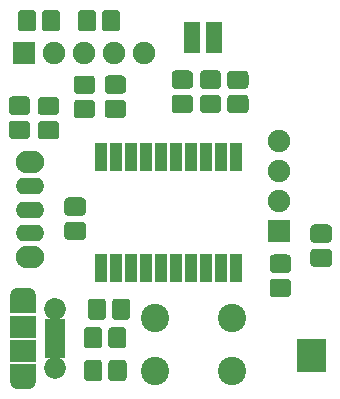
<source format=gbr>
G04 #@! TF.GenerationSoftware,KiCad,Pcbnew,5.0.0-fee4fd1~66~ubuntu18.04.1*
G04 #@! TF.CreationDate,2018-08-25T15:06:22-04:00*
G04 #@! TF.ProjectId,RGB Pulse Blinky,5247422050756C736520426C696E6B79,1*
G04 #@! TF.SameCoordinates,Original*
G04 #@! TF.FileFunction,Soldermask,Top*
G04 #@! TF.FilePolarity,Negative*
%FSLAX46Y46*%
G04 Gerber Fmt 4.6, Leading zero omitted, Abs format (unit mm)*
G04 Created by KiCad (PCBNEW 5.0.0-fee4fd1~66~ubuntu18.04.1) date Sat Aug 25 15:06:22 2018*
%MOMM*%
%LPD*%
G01*
G04 APERTURE LIST*
%ADD10C,0.100000*%
%ADD11C,1.550000*%
%ADD12R,1.400000X1.400000*%
%ADD13R,2.300000X1.600000*%
%ADD14O,2.300000X1.600000*%
%ADD15R,2.300000X1.900000*%
%ADD16C,1.850000*%
%ADD17R,1.750000X0.800000*%
%ADD18C,1.900000*%
%ADD19R,1.900000X1.900000*%
%ADD20O,2.400000X1.900000*%
%ADD21O,2.400000X1.400000*%
%ADD22C,2.400000*%
%ADD23R,1.250000X1.550000*%
%ADD24R,1.250000X1.350000*%
%ADD25R,1.370000X1.550000*%
%ADD26R,1.370000X1.350000*%
%ADD27R,1.000000X2.350000*%
G04 APERTURE END LIST*
D10*
G04 #@! TO.C,C1*
G36*
X140966071Y-130059623D02*
X140998781Y-130064475D01*
X141030857Y-130072509D01*
X141061991Y-130083649D01*
X141091884Y-130097787D01*
X141120247Y-130114787D01*
X141146807Y-130134485D01*
X141171308Y-130156692D01*
X141193515Y-130181193D01*
X141213213Y-130207753D01*
X141230213Y-130236116D01*
X141244351Y-130266009D01*
X141255491Y-130297143D01*
X141263525Y-130329219D01*
X141268377Y-130361929D01*
X141270000Y-130394956D01*
X141270000Y-131521044D01*
X141268377Y-131554071D01*
X141263525Y-131586781D01*
X141255491Y-131618857D01*
X141244351Y-131649991D01*
X141230213Y-131679884D01*
X141213213Y-131708247D01*
X141193515Y-131734807D01*
X141171308Y-131759308D01*
X141146807Y-131781515D01*
X141120247Y-131801213D01*
X141091884Y-131818213D01*
X141061991Y-131832351D01*
X141030857Y-131843491D01*
X140998781Y-131851525D01*
X140966071Y-131856377D01*
X140933044Y-131858000D01*
X140056956Y-131858000D01*
X140023929Y-131856377D01*
X139991219Y-131851525D01*
X139959143Y-131843491D01*
X139928009Y-131832351D01*
X139898116Y-131818213D01*
X139869753Y-131801213D01*
X139843193Y-131781515D01*
X139818692Y-131759308D01*
X139796485Y-131734807D01*
X139776787Y-131708247D01*
X139759787Y-131679884D01*
X139745649Y-131649991D01*
X139734509Y-131618857D01*
X139726475Y-131586781D01*
X139721623Y-131554071D01*
X139720000Y-131521044D01*
X139720000Y-130394956D01*
X139721623Y-130361929D01*
X139726475Y-130329219D01*
X139734509Y-130297143D01*
X139745649Y-130266009D01*
X139759787Y-130236116D01*
X139776787Y-130207753D01*
X139796485Y-130181193D01*
X139818692Y-130156692D01*
X139843193Y-130134485D01*
X139869753Y-130114787D01*
X139898116Y-130097787D01*
X139928009Y-130083649D01*
X139959143Y-130072509D01*
X139991219Y-130064475D01*
X140023929Y-130059623D01*
X140056956Y-130058000D01*
X140933044Y-130058000D01*
X140966071Y-130059623D01*
X140966071Y-130059623D01*
G37*
D11*
X140495000Y-130958000D03*
D10*
G36*
X138916071Y-130059623D02*
X138948781Y-130064475D01*
X138980857Y-130072509D01*
X139011991Y-130083649D01*
X139041884Y-130097787D01*
X139070247Y-130114787D01*
X139096807Y-130134485D01*
X139121308Y-130156692D01*
X139143515Y-130181193D01*
X139163213Y-130207753D01*
X139180213Y-130236116D01*
X139194351Y-130266009D01*
X139205491Y-130297143D01*
X139213525Y-130329219D01*
X139218377Y-130361929D01*
X139220000Y-130394956D01*
X139220000Y-131521044D01*
X139218377Y-131554071D01*
X139213525Y-131586781D01*
X139205491Y-131618857D01*
X139194351Y-131649991D01*
X139180213Y-131679884D01*
X139163213Y-131708247D01*
X139143515Y-131734807D01*
X139121308Y-131759308D01*
X139096807Y-131781515D01*
X139070247Y-131801213D01*
X139041884Y-131818213D01*
X139011991Y-131832351D01*
X138980857Y-131843491D01*
X138948781Y-131851525D01*
X138916071Y-131856377D01*
X138883044Y-131858000D01*
X138006956Y-131858000D01*
X137973929Y-131856377D01*
X137941219Y-131851525D01*
X137909143Y-131843491D01*
X137878009Y-131832351D01*
X137848116Y-131818213D01*
X137819753Y-131801213D01*
X137793193Y-131781515D01*
X137768692Y-131759308D01*
X137746485Y-131734807D01*
X137726787Y-131708247D01*
X137709787Y-131679884D01*
X137695649Y-131649991D01*
X137684509Y-131618857D01*
X137676475Y-131586781D01*
X137671623Y-131554071D01*
X137670000Y-131521044D01*
X137670000Y-130394956D01*
X137671623Y-130361929D01*
X137676475Y-130329219D01*
X137684509Y-130297143D01*
X137695649Y-130266009D01*
X137709787Y-130236116D01*
X137726787Y-130207753D01*
X137746485Y-130181193D01*
X137768692Y-130156692D01*
X137793193Y-130134485D01*
X137819753Y-130114787D01*
X137848116Y-130097787D01*
X137878009Y-130083649D01*
X137909143Y-130072509D01*
X137941219Y-130064475D01*
X137973929Y-130059623D01*
X138006956Y-130058000D01*
X138883044Y-130058000D01*
X138916071Y-130059623D01*
X138916071Y-130059623D01*
G37*
D11*
X138445000Y-130958000D03*
G04 #@! TD*
D10*
G04 #@! TO.C,C2*
G36*
X140946071Y-127289623D02*
X140978781Y-127294475D01*
X141010857Y-127302509D01*
X141041991Y-127313649D01*
X141071884Y-127327787D01*
X141100247Y-127344787D01*
X141126807Y-127364485D01*
X141151308Y-127386692D01*
X141173515Y-127411193D01*
X141193213Y-127437753D01*
X141210213Y-127466116D01*
X141224351Y-127496009D01*
X141235491Y-127527143D01*
X141243525Y-127559219D01*
X141248377Y-127591929D01*
X141250000Y-127624956D01*
X141250000Y-128751044D01*
X141248377Y-128784071D01*
X141243525Y-128816781D01*
X141235491Y-128848857D01*
X141224351Y-128879991D01*
X141210213Y-128909884D01*
X141193213Y-128938247D01*
X141173515Y-128964807D01*
X141151308Y-128989308D01*
X141126807Y-129011515D01*
X141100247Y-129031213D01*
X141071884Y-129048213D01*
X141041991Y-129062351D01*
X141010857Y-129073491D01*
X140978781Y-129081525D01*
X140946071Y-129086377D01*
X140913044Y-129088000D01*
X140036956Y-129088000D01*
X140003929Y-129086377D01*
X139971219Y-129081525D01*
X139939143Y-129073491D01*
X139908009Y-129062351D01*
X139878116Y-129048213D01*
X139849753Y-129031213D01*
X139823193Y-129011515D01*
X139798692Y-128989308D01*
X139776485Y-128964807D01*
X139756787Y-128938247D01*
X139739787Y-128909884D01*
X139725649Y-128879991D01*
X139714509Y-128848857D01*
X139706475Y-128816781D01*
X139701623Y-128784071D01*
X139700000Y-128751044D01*
X139700000Y-127624956D01*
X139701623Y-127591929D01*
X139706475Y-127559219D01*
X139714509Y-127527143D01*
X139725649Y-127496009D01*
X139739787Y-127466116D01*
X139756787Y-127437753D01*
X139776485Y-127411193D01*
X139798692Y-127386692D01*
X139823193Y-127364485D01*
X139849753Y-127344787D01*
X139878116Y-127327787D01*
X139908009Y-127313649D01*
X139939143Y-127302509D01*
X139971219Y-127294475D01*
X140003929Y-127289623D01*
X140036956Y-127288000D01*
X140913044Y-127288000D01*
X140946071Y-127289623D01*
X140946071Y-127289623D01*
G37*
D11*
X140475000Y-128188000D03*
D10*
G36*
X138896071Y-127289623D02*
X138928781Y-127294475D01*
X138960857Y-127302509D01*
X138991991Y-127313649D01*
X139021884Y-127327787D01*
X139050247Y-127344787D01*
X139076807Y-127364485D01*
X139101308Y-127386692D01*
X139123515Y-127411193D01*
X139143213Y-127437753D01*
X139160213Y-127466116D01*
X139174351Y-127496009D01*
X139185491Y-127527143D01*
X139193525Y-127559219D01*
X139198377Y-127591929D01*
X139200000Y-127624956D01*
X139200000Y-128751044D01*
X139198377Y-128784071D01*
X139193525Y-128816781D01*
X139185491Y-128848857D01*
X139174351Y-128879991D01*
X139160213Y-128909884D01*
X139143213Y-128938247D01*
X139123515Y-128964807D01*
X139101308Y-128989308D01*
X139076807Y-129011515D01*
X139050247Y-129031213D01*
X139021884Y-129048213D01*
X138991991Y-129062351D01*
X138960857Y-129073491D01*
X138928781Y-129081525D01*
X138896071Y-129086377D01*
X138863044Y-129088000D01*
X137986956Y-129088000D01*
X137953929Y-129086377D01*
X137921219Y-129081525D01*
X137889143Y-129073491D01*
X137858009Y-129062351D01*
X137828116Y-129048213D01*
X137799753Y-129031213D01*
X137773193Y-129011515D01*
X137748692Y-128989308D01*
X137726485Y-128964807D01*
X137706787Y-128938247D01*
X137689787Y-128909884D01*
X137675649Y-128879991D01*
X137664509Y-128848857D01*
X137656475Y-128816781D01*
X137651623Y-128784071D01*
X137650000Y-128751044D01*
X137650000Y-127624956D01*
X137651623Y-127591929D01*
X137656475Y-127559219D01*
X137664509Y-127527143D01*
X137675649Y-127496009D01*
X137689787Y-127466116D01*
X137706787Y-127437753D01*
X137726485Y-127411193D01*
X137748692Y-127386692D01*
X137773193Y-127364485D01*
X137799753Y-127344787D01*
X137828116Y-127327787D01*
X137858009Y-127313649D01*
X137889143Y-127302509D01*
X137921219Y-127294475D01*
X137953929Y-127289623D01*
X137986956Y-127288000D01*
X138863044Y-127288000D01*
X138896071Y-127289623D01*
X138896071Y-127289623D01*
G37*
D11*
X138425000Y-128188000D03*
G04 #@! TD*
D10*
G04 #@! TO.C,C3*
G36*
X138288071Y-105991623D02*
X138320781Y-105996475D01*
X138352857Y-106004509D01*
X138383991Y-106015649D01*
X138413884Y-106029787D01*
X138442247Y-106046787D01*
X138468807Y-106066485D01*
X138493308Y-106088692D01*
X138515515Y-106113193D01*
X138535213Y-106139753D01*
X138552213Y-106168116D01*
X138566351Y-106198009D01*
X138577491Y-106229143D01*
X138585525Y-106261219D01*
X138590377Y-106293929D01*
X138592000Y-106326956D01*
X138592000Y-107203044D01*
X138590377Y-107236071D01*
X138585525Y-107268781D01*
X138577491Y-107300857D01*
X138566351Y-107331991D01*
X138552213Y-107361884D01*
X138535213Y-107390247D01*
X138515515Y-107416807D01*
X138493308Y-107441308D01*
X138468807Y-107463515D01*
X138442247Y-107483213D01*
X138413884Y-107500213D01*
X138383991Y-107514351D01*
X138352857Y-107525491D01*
X138320781Y-107533525D01*
X138288071Y-107538377D01*
X138255044Y-107540000D01*
X137128956Y-107540000D01*
X137095929Y-107538377D01*
X137063219Y-107533525D01*
X137031143Y-107525491D01*
X137000009Y-107514351D01*
X136970116Y-107500213D01*
X136941753Y-107483213D01*
X136915193Y-107463515D01*
X136890692Y-107441308D01*
X136868485Y-107416807D01*
X136848787Y-107390247D01*
X136831787Y-107361884D01*
X136817649Y-107331991D01*
X136806509Y-107300857D01*
X136798475Y-107268781D01*
X136793623Y-107236071D01*
X136792000Y-107203044D01*
X136792000Y-106326956D01*
X136793623Y-106293929D01*
X136798475Y-106261219D01*
X136806509Y-106229143D01*
X136817649Y-106198009D01*
X136831787Y-106168116D01*
X136848787Y-106139753D01*
X136868485Y-106113193D01*
X136890692Y-106088692D01*
X136915193Y-106066485D01*
X136941753Y-106046787D01*
X136970116Y-106029787D01*
X137000009Y-106015649D01*
X137031143Y-106004509D01*
X137063219Y-105996475D01*
X137095929Y-105991623D01*
X137128956Y-105990000D01*
X138255044Y-105990000D01*
X138288071Y-105991623D01*
X138288071Y-105991623D01*
G37*
D11*
X137692000Y-106765000D03*
D10*
G36*
X138288071Y-108041623D02*
X138320781Y-108046475D01*
X138352857Y-108054509D01*
X138383991Y-108065649D01*
X138413884Y-108079787D01*
X138442247Y-108096787D01*
X138468807Y-108116485D01*
X138493308Y-108138692D01*
X138515515Y-108163193D01*
X138535213Y-108189753D01*
X138552213Y-108218116D01*
X138566351Y-108248009D01*
X138577491Y-108279143D01*
X138585525Y-108311219D01*
X138590377Y-108343929D01*
X138592000Y-108376956D01*
X138592000Y-109253044D01*
X138590377Y-109286071D01*
X138585525Y-109318781D01*
X138577491Y-109350857D01*
X138566351Y-109381991D01*
X138552213Y-109411884D01*
X138535213Y-109440247D01*
X138515515Y-109466807D01*
X138493308Y-109491308D01*
X138468807Y-109513515D01*
X138442247Y-109533213D01*
X138413884Y-109550213D01*
X138383991Y-109564351D01*
X138352857Y-109575491D01*
X138320781Y-109583525D01*
X138288071Y-109588377D01*
X138255044Y-109590000D01*
X137128956Y-109590000D01*
X137095929Y-109588377D01*
X137063219Y-109583525D01*
X137031143Y-109575491D01*
X137000009Y-109564351D01*
X136970116Y-109550213D01*
X136941753Y-109533213D01*
X136915193Y-109513515D01*
X136890692Y-109491308D01*
X136868485Y-109466807D01*
X136848787Y-109440247D01*
X136831787Y-109411884D01*
X136817649Y-109381991D01*
X136806509Y-109350857D01*
X136798475Y-109318781D01*
X136793623Y-109286071D01*
X136792000Y-109253044D01*
X136792000Y-108376956D01*
X136793623Y-108343929D01*
X136798475Y-108311219D01*
X136806509Y-108279143D01*
X136817649Y-108248009D01*
X136831787Y-108218116D01*
X136848787Y-108189753D01*
X136868485Y-108163193D01*
X136890692Y-108138692D01*
X136915193Y-108116485D01*
X136941753Y-108096787D01*
X136970116Y-108079787D01*
X137000009Y-108065649D01*
X137031143Y-108054509D01*
X137063219Y-108046475D01*
X137095929Y-108041623D01*
X137128956Y-108040000D01*
X138255044Y-108040000D01*
X138288071Y-108041623D01*
X138288071Y-108041623D01*
G37*
D11*
X137692000Y-108815000D03*
G04 #@! TD*
D10*
G04 #@! TO.C,C4*
G36*
X137502071Y-116311623D02*
X137534781Y-116316475D01*
X137566857Y-116324509D01*
X137597991Y-116335649D01*
X137627884Y-116349787D01*
X137656247Y-116366787D01*
X137682807Y-116386485D01*
X137707308Y-116408692D01*
X137729515Y-116433193D01*
X137749213Y-116459753D01*
X137766213Y-116488116D01*
X137780351Y-116518009D01*
X137791491Y-116549143D01*
X137799525Y-116581219D01*
X137804377Y-116613929D01*
X137806000Y-116646956D01*
X137806000Y-117523044D01*
X137804377Y-117556071D01*
X137799525Y-117588781D01*
X137791491Y-117620857D01*
X137780351Y-117651991D01*
X137766213Y-117681884D01*
X137749213Y-117710247D01*
X137729515Y-117736807D01*
X137707308Y-117761308D01*
X137682807Y-117783515D01*
X137656247Y-117803213D01*
X137627884Y-117820213D01*
X137597991Y-117834351D01*
X137566857Y-117845491D01*
X137534781Y-117853525D01*
X137502071Y-117858377D01*
X137469044Y-117860000D01*
X136342956Y-117860000D01*
X136309929Y-117858377D01*
X136277219Y-117853525D01*
X136245143Y-117845491D01*
X136214009Y-117834351D01*
X136184116Y-117820213D01*
X136155753Y-117803213D01*
X136129193Y-117783515D01*
X136104692Y-117761308D01*
X136082485Y-117736807D01*
X136062787Y-117710247D01*
X136045787Y-117681884D01*
X136031649Y-117651991D01*
X136020509Y-117620857D01*
X136012475Y-117588781D01*
X136007623Y-117556071D01*
X136006000Y-117523044D01*
X136006000Y-116646956D01*
X136007623Y-116613929D01*
X136012475Y-116581219D01*
X136020509Y-116549143D01*
X136031649Y-116518009D01*
X136045787Y-116488116D01*
X136062787Y-116459753D01*
X136082485Y-116433193D01*
X136104692Y-116408692D01*
X136129193Y-116386485D01*
X136155753Y-116366787D01*
X136184116Y-116349787D01*
X136214009Y-116335649D01*
X136245143Y-116324509D01*
X136277219Y-116316475D01*
X136309929Y-116311623D01*
X136342956Y-116310000D01*
X137469044Y-116310000D01*
X137502071Y-116311623D01*
X137502071Y-116311623D01*
G37*
D11*
X136906000Y-117085000D03*
D10*
G36*
X137502071Y-118361623D02*
X137534781Y-118366475D01*
X137566857Y-118374509D01*
X137597991Y-118385649D01*
X137627884Y-118399787D01*
X137656247Y-118416787D01*
X137682807Y-118436485D01*
X137707308Y-118458692D01*
X137729515Y-118483193D01*
X137749213Y-118509753D01*
X137766213Y-118538116D01*
X137780351Y-118568009D01*
X137791491Y-118599143D01*
X137799525Y-118631219D01*
X137804377Y-118663929D01*
X137806000Y-118696956D01*
X137806000Y-119573044D01*
X137804377Y-119606071D01*
X137799525Y-119638781D01*
X137791491Y-119670857D01*
X137780351Y-119701991D01*
X137766213Y-119731884D01*
X137749213Y-119760247D01*
X137729515Y-119786807D01*
X137707308Y-119811308D01*
X137682807Y-119833515D01*
X137656247Y-119853213D01*
X137627884Y-119870213D01*
X137597991Y-119884351D01*
X137566857Y-119895491D01*
X137534781Y-119903525D01*
X137502071Y-119908377D01*
X137469044Y-119910000D01*
X136342956Y-119910000D01*
X136309929Y-119908377D01*
X136277219Y-119903525D01*
X136245143Y-119895491D01*
X136214009Y-119884351D01*
X136184116Y-119870213D01*
X136155753Y-119853213D01*
X136129193Y-119833515D01*
X136104692Y-119811308D01*
X136082485Y-119786807D01*
X136062787Y-119760247D01*
X136045787Y-119731884D01*
X136031649Y-119701991D01*
X136020509Y-119670857D01*
X136012475Y-119638781D01*
X136007623Y-119606071D01*
X136006000Y-119573044D01*
X136006000Y-118696956D01*
X136007623Y-118663929D01*
X136012475Y-118631219D01*
X136020509Y-118599143D01*
X136031649Y-118568009D01*
X136045787Y-118538116D01*
X136062787Y-118509753D01*
X136082485Y-118483193D01*
X136104692Y-118458692D01*
X136129193Y-118436485D01*
X136155753Y-118416787D01*
X136184116Y-118399787D01*
X136214009Y-118385649D01*
X136245143Y-118374509D01*
X136277219Y-118366475D01*
X136309929Y-118361623D01*
X136342956Y-118360000D01*
X137469044Y-118360000D01*
X137502071Y-118361623D01*
X137502071Y-118361623D01*
G37*
D11*
X136906000Y-119135000D03*
G04 #@! TD*
D12*
G04 #@! TO.C,D1*
X148687000Y-103405000D03*
X148687000Y-102155000D03*
X146837000Y-103405000D03*
X146837000Y-102155000D03*
G04 #@! TD*
D10*
G04 #@! TO.C,D2*
G36*
X135244071Y-107795623D02*
X135276781Y-107800475D01*
X135308857Y-107808509D01*
X135339991Y-107819649D01*
X135369884Y-107833787D01*
X135398247Y-107850787D01*
X135424807Y-107870485D01*
X135449308Y-107892692D01*
X135471515Y-107917193D01*
X135491213Y-107943753D01*
X135508213Y-107972116D01*
X135522351Y-108002009D01*
X135533491Y-108033143D01*
X135541525Y-108065219D01*
X135546377Y-108097929D01*
X135548000Y-108130956D01*
X135548000Y-109007044D01*
X135546377Y-109040071D01*
X135541525Y-109072781D01*
X135533491Y-109104857D01*
X135522351Y-109135991D01*
X135508213Y-109165884D01*
X135491213Y-109194247D01*
X135471515Y-109220807D01*
X135449308Y-109245308D01*
X135424807Y-109267515D01*
X135398247Y-109287213D01*
X135369884Y-109304213D01*
X135339991Y-109318351D01*
X135308857Y-109329491D01*
X135276781Y-109337525D01*
X135244071Y-109342377D01*
X135211044Y-109344000D01*
X134084956Y-109344000D01*
X134051929Y-109342377D01*
X134019219Y-109337525D01*
X133987143Y-109329491D01*
X133956009Y-109318351D01*
X133926116Y-109304213D01*
X133897753Y-109287213D01*
X133871193Y-109267515D01*
X133846692Y-109245308D01*
X133824485Y-109220807D01*
X133804787Y-109194247D01*
X133787787Y-109165884D01*
X133773649Y-109135991D01*
X133762509Y-109104857D01*
X133754475Y-109072781D01*
X133749623Y-109040071D01*
X133748000Y-109007044D01*
X133748000Y-108130956D01*
X133749623Y-108097929D01*
X133754475Y-108065219D01*
X133762509Y-108033143D01*
X133773649Y-108002009D01*
X133787787Y-107972116D01*
X133804787Y-107943753D01*
X133824485Y-107917193D01*
X133846692Y-107892692D01*
X133871193Y-107870485D01*
X133897753Y-107850787D01*
X133926116Y-107833787D01*
X133956009Y-107819649D01*
X133987143Y-107808509D01*
X134019219Y-107800475D01*
X134051929Y-107795623D01*
X134084956Y-107794000D01*
X135211044Y-107794000D01*
X135244071Y-107795623D01*
X135244071Y-107795623D01*
G37*
D11*
X134648000Y-108569000D03*
D10*
G36*
X135244071Y-109845623D02*
X135276781Y-109850475D01*
X135308857Y-109858509D01*
X135339991Y-109869649D01*
X135369884Y-109883787D01*
X135398247Y-109900787D01*
X135424807Y-109920485D01*
X135449308Y-109942692D01*
X135471515Y-109967193D01*
X135491213Y-109993753D01*
X135508213Y-110022116D01*
X135522351Y-110052009D01*
X135533491Y-110083143D01*
X135541525Y-110115219D01*
X135546377Y-110147929D01*
X135548000Y-110180956D01*
X135548000Y-111057044D01*
X135546377Y-111090071D01*
X135541525Y-111122781D01*
X135533491Y-111154857D01*
X135522351Y-111185991D01*
X135508213Y-111215884D01*
X135491213Y-111244247D01*
X135471515Y-111270807D01*
X135449308Y-111295308D01*
X135424807Y-111317515D01*
X135398247Y-111337213D01*
X135369884Y-111354213D01*
X135339991Y-111368351D01*
X135308857Y-111379491D01*
X135276781Y-111387525D01*
X135244071Y-111392377D01*
X135211044Y-111394000D01*
X134084956Y-111394000D01*
X134051929Y-111392377D01*
X134019219Y-111387525D01*
X133987143Y-111379491D01*
X133956009Y-111368351D01*
X133926116Y-111354213D01*
X133897753Y-111337213D01*
X133871193Y-111317515D01*
X133846692Y-111295308D01*
X133824485Y-111270807D01*
X133804787Y-111244247D01*
X133787787Y-111215884D01*
X133773649Y-111185991D01*
X133762509Y-111154857D01*
X133754475Y-111122781D01*
X133749623Y-111090071D01*
X133748000Y-111057044D01*
X133748000Y-110180956D01*
X133749623Y-110147929D01*
X133754475Y-110115219D01*
X133762509Y-110083143D01*
X133773649Y-110052009D01*
X133787787Y-110022116D01*
X133804787Y-109993753D01*
X133824485Y-109967193D01*
X133846692Y-109942692D01*
X133871193Y-109920485D01*
X133897753Y-109900787D01*
X133926116Y-109883787D01*
X133956009Y-109869649D01*
X133987143Y-109858509D01*
X134019219Y-109850475D01*
X134051929Y-109845623D01*
X134084956Y-109844000D01*
X135211044Y-109844000D01*
X135244071Y-109845623D01*
X135244071Y-109845623D01*
G37*
D11*
X134648000Y-110619000D03*
G04 #@! TD*
D13*
G04 #@! TO.C,J1*
X132492000Y-125370000D03*
X132492000Y-131170000D03*
D14*
X132492000Y-131770000D03*
X132492000Y-124770000D03*
D15*
X132492000Y-127270000D03*
D16*
X135192000Y-130770000D03*
D17*
X135192000Y-128270000D03*
X135192000Y-128920000D03*
X135192000Y-129570000D03*
X135192000Y-126970000D03*
X135192000Y-127620000D03*
D16*
X135192000Y-125770000D03*
D15*
X132492000Y-129270000D03*
G04 #@! TD*
D18*
G04 #@! TO.C,J2*
X142782000Y-104050000D03*
X140242000Y-104050000D03*
X137702000Y-104050000D03*
X135162000Y-104050000D03*
D19*
X132622000Y-104050000D03*
G04 #@! TD*
D18*
G04 #@! TO.C,J3*
X154212000Y-111540000D03*
X154212000Y-114080000D03*
X154212000Y-116620000D03*
D19*
X154212000Y-119160000D03*
G04 #@! TD*
D10*
G04 #@! TO.C,R1*
G36*
X141283071Y-124871623D02*
X141315781Y-124876475D01*
X141347857Y-124884509D01*
X141378991Y-124895649D01*
X141408884Y-124909787D01*
X141437247Y-124926787D01*
X141463807Y-124946485D01*
X141488308Y-124968692D01*
X141510515Y-124993193D01*
X141530213Y-125019753D01*
X141547213Y-125048116D01*
X141561351Y-125078009D01*
X141572491Y-125109143D01*
X141580525Y-125141219D01*
X141585377Y-125173929D01*
X141587000Y-125206956D01*
X141587000Y-126333044D01*
X141585377Y-126366071D01*
X141580525Y-126398781D01*
X141572491Y-126430857D01*
X141561351Y-126461991D01*
X141547213Y-126491884D01*
X141530213Y-126520247D01*
X141510515Y-126546807D01*
X141488308Y-126571308D01*
X141463807Y-126593515D01*
X141437247Y-126613213D01*
X141408884Y-126630213D01*
X141378991Y-126644351D01*
X141347857Y-126655491D01*
X141315781Y-126663525D01*
X141283071Y-126668377D01*
X141250044Y-126670000D01*
X140373956Y-126670000D01*
X140340929Y-126668377D01*
X140308219Y-126663525D01*
X140276143Y-126655491D01*
X140245009Y-126644351D01*
X140215116Y-126630213D01*
X140186753Y-126613213D01*
X140160193Y-126593515D01*
X140135692Y-126571308D01*
X140113485Y-126546807D01*
X140093787Y-126520247D01*
X140076787Y-126491884D01*
X140062649Y-126461991D01*
X140051509Y-126430857D01*
X140043475Y-126398781D01*
X140038623Y-126366071D01*
X140037000Y-126333044D01*
X140037000Y-125206956D01*
X140038623Y-125173929D01*
X140043475Y-125141219D01*
X140051509Y-125109143D01*
X140062649Y-125078009D01*
X140076787Y-125048116D01*
X140093787Y-125019753D01*
X140113485Y-124993193D01*
X140135692Y-124968692D01*
X140160193Y-124946485D01*
X140186753Y-124926787D01*
X140215116Y-124909787D01*
X140245009Y-124895649D01*
X140276143Y-124884509D01*
X140308219Y-124876475D01*
X140340929Y-124871623D01*
X140373956Y-124870000D01*
X141250044Y-124870000D01*
X141283071Y-124871623D01*
X141283071Y-124871623D01*
G37*
D11*
X140812000Y-125770000D03*
D10*
G36*
X139233071Y-124871623D02*
X139265781Y-124876475D01*
X139297857Y-124884509D01*
X139328991Y-124895649D01*
X139358884Y-124909787D01*
X139387247Y-124926787D01*
X139413807Y-124946485D01*
X139438308Y-124968692D01*
X139460515Y-124993193D01*
X139480213Y-125019753D01*
X139497213Y-125048116D01*
X139511351Y-125078009D01*
X139522491Y-125109143D01*
X139530525Y-125141219D01*
X139535377Y-125173929D01*
X139537000Y-125206956D01*
X139537000Y-126333044D01*
X139535377Y-126366071D01*
X139530525Y-126398781D01*
X139522491Y-126430857D01*
X139511351Y-126461991D01*
X139497213Y-126491884D01*
X139480213Y-126520247D01*
X139460515Y-126546807D01*
X139438308Y-126571308D01*
X139413807Y-126593515D01*
X139387247Y-126613213D01*
X139358884Y-126630213D01*
X139328991Y-126644351D01*
X139297857Y-126655491D01*
X139265781Y-126663525D01*
X139233071Y-126668377D01*
X139200044Y-126670000D01*
X138323956Y-126670000D01*
X138290929Y-126668377D01*
X138258219Y-126663525D01*
X138226143Y-126655491D01*
X138195009Y-126644351D01*
X138165116Y-126630213D01*
X138136753Y-126613213D01*
X138110193Y-126593515D01*
X138085692Y-126571308D01*
X138063485Y-126546807D01*
X138043787Y-126520247D01*
X138026787Y-126491884D01*
X138012649Y-126461991D01*
X138001509Y-126430857D01*
X137993475Y-126398781D01*
X137988623Y-126366071D01*
X137987000Y-126333044D01*
X137987000Y-125206956D01*
X137988623Y-125173929D01*
X137993475Y-125141219D01*
X138001509Y-125109143D01*
X138012649Y-125078009D01*
X138026787Y-125048116D01*
X138043787Y-125019753D01*
X138063485Y-124993193D01*
X138085692Y-124968692D01*
X138110193Y-124946485D01*
X138136753Y-124926787D01*
X138165116Y-124909787D01*
X138195009Y-124895649D01*
X138226143Y-124884509D01*
X138258219Y-124876475D01*
X138290929Y-124871623D01*
X138323956Y-124870000D01*
X139200044Y-124870000D01*
X139233071Y-124871623D01*
X139233071Y-124871623D01*
G37*
D11*
X138762000Y-125770000D03*
G04 #@! TD*
D10*
G04 #@! TO.C,R2*
G36*
X158330071Y-120647623D02*
X158362781Y-120652475D01*
X158394857Y-120660509D01*
X158425991Y-120671649D01*
X158455884Y-120685787D01*
X158484247Y-120702787D01*
X158510807Y-120722485D01*
X158535308Y-120744692D01*
X158557515Y-120769193D01*
X158577213Y-120795753D01*
X158594213Y-120824116D01*
X158608351Y-120854009D01*
X158619491Y-120885143D01*
X158627525Y-120917219D01*
X158632377Y-120949929D01*
X158634000Y-120982956D01*
X158634000Y-121859044D01*
X158632377Y-121892071D01*
X158627525Y-121924781D01*
X158619491Y-121956857D01*
X158608351Y-121987991D01*
X158594213Y-122017884D01*
X158577213Y-122046247D01*
X158557515Y-122072807D01*
X158535308Y-122097308D01*
X158510807Y-122119515D01*
X158484247Y-122139213D01*
X158455884Y-122156213D01*
X158425991Y-122170351D01*
X158394857Y-122181491D01*
X158362781Y-122189525D01*
X158330071Y-122194377D01*
X158297044Y-122196000D01*
X157170956Y-122196000D01*
X157137929Y-122194377D01*
X157105219Y-122189525D01*
X157073143Y-122181491D01*
X157042009Y-122170351D01*
X157012116Y-122156213D01*
X156983753Y-122139213D01*
X156957193Y-122119515D01*
X156932692Y-122097308D01*
X156910485Y-122072807D01*
X156890787Y-122046247D01*
X156873787Y-122017884D01*
X156859649Y-121987991D01*
X156848509Y-121956857D01*
X156840475Y-121924781D01*
X156835623Y-121892071D01*
X156834000Y-121859044D01*
X156834000Y-120982956D01*
X156835623Y-120949929D01*
X156840475Y-120917219D01*
X156848509Y-120885143D01*
X156859649Y-120854009D01*
X156873787Y-120824116D01*
X156890787Y-120795753D01*
X156910485Y-120769193D01*
X156932692Y-120744692D01*
X156957193Y-120722485D01*
X156983753Y-120702787D01*
X157012116Y-120685787D01*
X157042009Y-120671649D01*
X157073143Y-120660509D01*
X157105219Y-120652475D01*
X157137929Y-120647623D01*
X157170956Y-120646000D01*
X158297044Y-120646000D01*
X158330071Y-120647623D01*
X158330071Y-120647623D01*
G37*
D11*
X157734000Y-121421000D03*
D10*
G36*
X158330071Y-118597623D02*
X158362781Y-118602475D01*
X158394857Y-118610509D01*
X158425991Y-118621649D01*
X158455884Y-118635787D01*
X158484247Y-118652787D01*
X158510807Y-118672485D01*
X158535308Y-118694692D01*
X158557515Y-118719193D01*
X158577213Y-118745753D01*
X158594213Y-118774116D01*
X158608351Y-118804009D01*
X158619491Y-118835143D01*
X158627525Y-118867219D01*
X158632377Y-118899929D01*
X158634000Y-118932956D01*
X158634000Y-119809044D01*
X158632377Y-119842071D01*
X158627525Y-119874781D01*
X158619491Y-119906857D01*
X158608351Y-119937991D01*
X158594213Y-119967884D01*
X158577213Y-119996247D01*
X158557515Y-120022807D01*
X158535308Y-120047308D01*
X158510807Y-120069515D01*
X158484247Y-120089213D01*
X158455884Y-120106213D01*
X158425991Y-120120351D01*
X158394857Y-120131491D01*
X158362781Y-120139525D01*
X158330071Y-120144377D01*
X158297044Y-120146000D01*
X157170956Y-120146000D01*
X157137929Y-120144377D01*
X157105219Y-120139525D01*
X157073143Y-120131491D01*
X157042009Y-120120351D01*
X157012116Y-120106213D01*
X156983753Y-120089213D01*
X156957193Y-120069515D01*
X156932692Y-120047308D01*
X156910485Y-120022807D01*
X156890787Y-119996247D01*
X156873787Y-119967884D01*
X156859649Y-119937991D01*
X156848509Y-119906857D01*
X156840475Y-119874781D01*
X156835623Y-119842071D01*
X156834000Y-119809044D01*
X156834000Y-118932956D01*
X156835623Y-118899929D01*
X156840475Y-118867219D01*
X156848509Y-118835143D01*
X156859649Y-118804009D01*
X156873787Y-118774116D01*
X156890787Y-118745753D01*
X156910485Y-118719193D01*
X156932692Y-118694692D01*
X156957193Y-118672485D01*
X156983753Y-118652787D01*
X157012116Y-118635787D01*
X157042009Y-118621649D01*
X157073143Y-118610509D01*
X157105219Y-118602475D01*
X157137929Y-118597623D01*
X157170956Y-118596000D01*
X158297044Y-118596000D01*
X158330071Y-118597623D01*
X158330071Y-118597623D01*
G37*
D11*
X157734000Y-119371000D03*
G04 #@! TD*
D10*
G04 #@! TO.C,R3*
G36*
X138384071Y-100447623D02*
X138416781Y-100452475D01*
X138448857Y-100460509D01*
X138479991Y-100471649D01*
X138509884Y-100485787D01*
X138538247Y-100502787D01*
X138564807Y-100522485D01*
X138589308Y-100544692D01*
X138611515Y-100569193D01*
X138631213Y-100595753D01*
X138648213Y-100624116D01*
X138662351Y-100654009D01*
X138673491Y-100685143D01*
X138681525Y-100717219D01*
X138686377Y-100749929D01*
X138688000Y-100782956D01*
X138688000Y-101909044D01*
X138686377Y-101942071D01*
X138681525Y-101974781D01*
X138673491Y-102006857D01*
X138662351Y-102037991D01*
X138648213Y-102067884D01*
X138631213Y-102096247D01*
X138611515Y-102122807D01*
X138589308Y-102147308D01*
X138564807Y-102169515D01*
X138538247Y-102189213D01*
X138509884Y-102206213D01*
X138479991Y-102220351D01*
X138448857Y-102231491D01*
X138416781Y-102239525D01*
X138384071Y-102244377D01*
X138351044Y-102246000D01*
X137474956Y-102246000D01*
X137441929Y-102244377D01*
X137409219Y-102239525D01*
X137377143Y-102231491D01*
X137346009Y-102220351D01*
X137316116Y-102206213D01*
X137287753Y-102189213D01*
X137261193Y-102169515D01*
X137236692Y-102147308D01*
X137214485Y-102122807D01*
X137194787Y-102096247D01*
X137177787Y-102067884D01*
X137163649Y-102037991D01*
X137152509Y-102006857D01*
X137144475Y-101974781D01*
X137139623Y-101942071D01*
X137138000Y-101909044D01*
X137138000Y-100782956D01*
X137139623Y-100749929D01*
X137144475Y-100717219D01*
X137152509Y-100685143D01*
X137163649Y-100654009D01*
X137177787Y-100624116D01*
X137194787Y-100595753D01*
X137214485Y-100569193D01*
X137236692Y-100544692D01*
X137261193Y-100522485D01*
X137287753Y-100502787D01*
X137316116Y-100485787D01*
X137346009Y-100471649D01*
X137377143Y-100460509D01*
X137409219Y-100452475D01*
X137441929Y-100447623D01*
X137474956Y-100446000D01*
X138351044Y-100446000D01*
X138384071Y-100447623D01*
X138384071Y-100447623D01*
G37*
D11*
X137913000Y-101346000D03*
D10*
G36*
X140434071Y-100447623D02*
X140466781Y-100452475D01*
X140498857Y-100460509D01*
X140529991Y-100471649D01*
X140559884Y-100485787D01*
X140588247Y-100502787D01*
X140614807Y-100522485D01*
X140639308Y-100544692D01*
X140661515Y-100569193D01*
X140681213Y-100595753D01*
X140698213Y-100624116D01*
X140712351Y-100654009D01*
X140723491Y-100685143D01*
X140731525Y-100717219D01*
X140736377Y-100749929D01*
X140738000Y-100782956D01*
X140738000Y-101909044D01*
X140736377Y-101942071D01*
X140731525Y-101974781D01*
X140723491Y-102006857D01*
X140712351Y-102037991D01*
X140698213Y-102067884D01*
X140681213Y-102096247D01*
X140661515Y-102122807D01*
X140639308Y-102147308D01*
X140614807Y-102169515D01*
X140588247Y-102189213D01*
X140559884Y-102206213D01*
X140529991Y-102220351D01*
X140498857Y-102231491D01*
X140466781Y-102239525D01*
X140434071Y-102244377D01*
X140401044Y-102246000D01*
X139524956Y-102246000D01*
X139491929Y-102244377D01*
X139459219Y-102239525D01*
X139427143Y-102231491D01*
X139396009Y-102220351D01*
X139366116Y-102206213D01*
X139337753Y-102189213D01*
X139311193Y-102169515D01*
X139286692Y-102147308D01*
X139264485Y-102122807D01*
X139244787Y-102096247D01*
X139227787Y-102067884D01*
X139213649Y-102037991D01*
X139202509Y-102006857D01*
X139194475Y-101974781D01*
X139189623Y-101942071D01*
X139188000Y-101909044D01*
X139188000Y-100782956D01*
X139189623Y-100749929D01*
X139194475Y-100717219D01*
X139202509Y-100685143D01*
X139213649Y-100654009D01*
X139227787Y-100624116D01*
X139244787Y-100595753D01*
X139264485Y-100569193D01*
X139286692Y-100544692D01*
X139311193Y-100522485D01*
X139337753Y-100502787D01*
X139366116Y-100485787D01*
X139396009Y-100471649D01*
X139427143Y-100460509D01*
X139459219Y-100452475D01*
X139491929Y-100447623D01*
X139524956Y-100446000D01*
X140401044Y-100446000D01*
X140434071Y-100447623D01*
X140434071Y-100447623D01*
G37*
D11*
X139963000Y-101346000D03*
G04 #@! TD*
D10*
G04 #@! TO.C,R4*
G36*
X133304071Y-100447623D02*
X133336781Y-100452475D01*
X133368857Y-100460509D01*
X133399991Y-100471649D01*
X133429884Y-100485787D01*
X133458247Y-100502787D01*
X133484807Y-100522485D01*
X133509308Y-100544692D01*
X133531515Y-100569193D01*
X133551213Y-100595753D01*
X133568213Y-100624116D01*
X133582351Y-100654009D01*
X133593491Y-100685143D01*
X133601525Y-100717219D01*
X133606377Y-100749929D01*
X133608000Y-100782956D01*
X133608000Y-101909044D01*
X133606377Y-101942071D01*
X133601525Y-101974781D01*
X133593491Y-102006857D01*
X133582351Y-102037991D01*
X133568213Y-102067884D01*
X133551213Y-102096247D01*
X133531515Y-102122807D01*
X133509308Y-102147308D01*
X133484807Y-102169515D01*
X133458247Y-102189213D01*
X133429884Y-102206213D01*
X133399991Y-102220351D01*
X133368857Y-102231491D01*
X133336781Y-102239525D01*
X133304071Y-102244377D01*
X133271044Y-102246000D01*
X132394956Y-102246000D01*
X132361929Y-102244377D01*
X132329219Y-102239525D01*
X132297143Y-102231491D01*
X132266009Y-102220351D01*
X132236116Y-102206213D01*
X132207753Y-102189213D01*
X132181193Y-102169515D01*
X132156692Y-102147308D01*
X132134485Y-102122807D01*
X132114787Y-102096247D01*
X132097787Y-102067884D01*
X132083649Y-102037991D01*
X132072509Y-102006857D01*
X132064475Y-101974781D01*
X132059623Y-101942071D01*
X132058000Y-101909044D01*
X132058000Y-100782956D01*
X132059623Y-100749929D01*
X132064475Y-100717219D01*
X132072509Y-100685143D01*
X132083649Y-100654009D01*
X132097787Y-100624116D01*
X132114787Y-100595753D01*
X132134485Y-100569193D01*
X132156692Y-100544692D01*
X132181193Y-100522485D01*
X132207753Y-100502787D01*
X132236116Y-100485787D01*
X132266009Y-100471649D01*
X132297143Y-100460509D01*
X132329219Y-100452475D01*
X132361929Y-100447623D01*
X132394956Y-100446000D01*
X133271044Y-100446000D01*
X133304071Y-100447623D01*
X133304071Y-100447623D01*
G37*
D11*
X132833000Y-101346000D03*
D10*
G36*
X135354071Y-100447623D02*
X135386781Y-100452475D01*
X135418857Y-100460509D01*
X135449991Y-100471649D01*
X135479884Y-100485787D01*
X135508247Y-100502787D01*
X135534807Y-100522485D01*
X135559308Y-100544692D01*
X135581515Y-100569193D01*
X135601213Y-100595753D01*
X135618213Y-100624116D01*
X135632351Y-100654009D01*
X135643491Y-100685143D01*
X135651525Y-100717219D01*
X135656377Y-100749929D01*
X135658000Y-100782956D01*
X135658000Y-101909044D01*
X135656377Y-101942071D01*
X135651525Y-101974781D01*
X135643491Y-102006857D01*
X135632351Y-102037991D01*
X135618213Y-102067884D01*
X135601213Y-102096247D01*
X135581515Y-102122807D01*
X135559308Y-102147308D01*
X135534807Y-102169515D01*
X135508247Y-102189213D01*
X135479884Y-102206213D01*
X135449991Y-102220351D01*
X135418857Y-102231491D01*
X135386781Y-102239525D01*
X135354071Y-102244377D01*
X135321044Y-102246000D01*
X134444956Y-102246000D01*
X134411929Y-102244377D01*
X134379219Y-102239525D01*
X134347143Y-102231491D01*
X134316009Y-102220351D01*
X134286116Y-102206213D01*
X134257753Y-102189213D01*
X134231193Y-102169515D01*
X134206692Y-102147308D01*
X134184485Y-102122807D01*
X134164787Y-102096247D01*
X134147787Y-102067884D01*
X134133649Y-102037991D01*
X134122509Y-102006857D01*
X134114475Y-101974781D01*
X134109623Y-101942071D01*
X134108000Y-101909044D01*
X134108000Y-100782956D01*
X134109623Y-100749929D01*
X134114475Y-100717219D01*
X134122509Y-100685143D01*
X134133649Y-100654009D01*
X134147787Y-100624116D01*
X134164787Y-100595753D01*
X134184485Y-100569193D01*
X134206692Y-100544692D01*
X134231193Y-100522485D01*
X134257753Y-100502787D01*
X134286116Y-100485787D01*
X134316009Y-100471649D01*
X134347143Y-100460509D01*
X134379219Y-100452475D01*
X134411929Y-100447623D01*
X134444956Y-100446000D01*
X135321044Y-100446000D01*
X135354071Y-100447623D01*
X135354071Y-100447623D01*
G37*
D11*
X134883000Y-101346000D03*
G04 #@! TD*
D10*
G04 #@! TO.C,R5*
G36*
X154882071Y-123191623D02*
X154914781Y-123196475D01*
X154946857Y-123204509D01*
X154977991Y-123215649D01*
X155007884Y-123229787D01*
X155036247Y-123246787D01*
X155062807Y-123266485D01*
X155087308Y-123288692D01*
X155109515Y-123313193D01*
X155129213Y-123339753D01*
X155146213Y-123368116D01*
X155160351Y-123398009D01*
X155171491Y-123429143D01*
X155179525Y-123461219D01*
X155184377Y-123493929D01*
X155186000Y-123526956D01*
X155186000Y-124403044D01*
X155184377Y-124436071D01*
X155179525Y-124468781D01*
X155171491Y-124500857D01*
X155160351Y-124531991D01*
X155146213Y-124561884D01*
X155129213Y-124590247D01*
X155109515Y-124616807D01*
X155087308Y-124641308D01*
X155062807Y-124663515D01*
X155036247Y-124683213D01*
X155007884Y-124700213D01*
X154977991Y-124714351D01*
X154946857Y-124725491D01*
X154914781Y-124733525D01*
X154882071Y-124738377D01*
X154849044Y-124740000D01*
X153722956Y-124740000D01*
X153689929Y-124738377D01*
X153657219Y-124733525D01*
X153625143Y-124725491D01*
X153594009Y-124714351D01*
X153564116Y-124700213D01*
X153535753Y-124683213D01*
X153509193Y-124663515D01*
X153484692Y-124641308D01*
X153462485Y-124616807D01*
X153442787Y-124590247D01*
X153425787Y-124561884D01*
X153411649Y-124531991D01*
X153400509Y-124500857D01*
X153392475Y-124468781D01*
X153387623Y-124436071D01*
X153386000Y-124403044D01*
X153386000Y-123526956D01*
X153387623Y-123493929D01*
X153392475Y-123461219D01*
X153400509Y-123429143D01*
X153411649Y-123398009D01*
X153425787Y-123368116D01*
X153442787Y-123339753D01*
X153462485Y-123313193D01*
X153484692Y-123288692D01*
X153509193Y-123266485D01*
X153535753Y-123246787D01*
X153564116Y-123229787D01*
X153594009Y-123215649D01*
X153625143Y-123204509D01*
X153657219Y-123196475D01*
X153689929Y-123191623D01*
X153722956Y-123190000D01*
X154849044Y-123190000D01*
X154882071Y-123191623D01*
X154882071Y-123191623D01*
G37*
D11*
X154286000Y-123965000D03*
D10*
G36*
X154882071Y-121141623D02*
X154914781Y-121146475D01*
X154946857Y-121154509D01*
X154977991Y-121165649D01*
X155007884Y-121179787D01*
X155036247Y-121196787D01*
X155062807Y-121216485D01*
X155087308Y-121238692D01*
X155109515Y-121263193D01*
X155129213Y-121289753D01*
X155146213Y-121318116D01*
X155160351Y-121348009D01*
X155171491Y-121379143D01*
X155179525Y-121411219D01*
X155184377Y-121443929D01*
X155186000Y-121476956D01*
X155186000Y-122353044D01*
X155184377Y-122386071D01*
X155179525Y-122418781D01*
X155171491Y-122450857D01*
X155160351Y-122481991D01*
X155146213Y-122511884D01*
X155129213Y-122540247D01*
X155109515Y-122566807D01*
X155087308Y-122591308D01*
X155062807Y-122613515D01*
X155036247Y-122633213D01*
X155007884Y-122650213D01*
X154977991Y-122664351D01*
X154946857Y-122675491D01*
X154914781Y-122683525D01*
X154882071Y-122688377D01*
X154849044Y-122690000D01*
X153722956Y-122690000D01*
X153689929Y-122688377D01*
X153657219Y-122683525D01*
X153625143Y-122675491D01*
X153594009Y-122664351D01*
X153564116Y-122650213D01*
X153535753Y-122633213D01*
X153509193Y-122613515D01*
X153484692Y-122591308D01*
X153462485Y-122566807D01*
X153442787Y-122540247D01*
X153425787Y-122511884D01*
X153411649Y-122481991D01*
X153400509Y-122450857D01*
X153392475Y-122418781D01*
X153387623Y-122386071D01*
X153386000Y-122353044D01*
X153386000Y-121476956D01*
X153387623Y-121443929D01*
X153392475Y-121411219D01*
X153400509Y-121379143D01*
X153411649Y-121348009D01*
X153425787Y-121318116D01*
X153442787Y-121289753D01*
X153462485Y-121263193D01*
X153484692Y-121238692D01*
X153509193Y-121216485D01*
X153535753Y-121196787D01*
X153564116Y-121179787D01*
X153594009Y-121165649D01*
X153625143Y-121154509D01*
X153657219Y-121146475D01*
X153689929Y-121141623D01*
X153722956Y-121140000D01*
X154849044Y-121140000D01*
X154882071Y-121141623D01*
X154882071Y-121141623D01*
G37*
D11*
X154286000Y-121915000D03*
G04 #@! TD*
D10*
G04 #@! TO.C,R6*
G36*
X140908071Y-108031623D02*
X140940781Y-108036475D01*
X140972857Y-108044509D01*
X141003991Y-108055649D01*
X141033884Y-108069787D01*
X141062247Y-108086787D01*
X141088807Y-108106485D01*
X141113308Y-108128692D01*
X141135515Y-108153193D01*
X141155213Y-108179753D01*
X141172213Y-108208116D01*
X141186351Y-108238009D01*
X141197491Y-108269143D01*
X141205525Y-108301219D01*
X141210377Y-108333929D01*
X141212000Y-108366956D01*
X141212000Y-109243044D01*
X141210377Y-109276071D01*
X141205525Y-109308781D01*
X141197491Y-109340857D01*
X141186351Y-109371991D01*
X141172213Y-109401884D01*
X141155213Y-109430247D01*
X141135515Y-109456807D01*
X141113308Y-109481308D01*
X141088807Y-109503515D01*
X141062247Y-109523213D01*
X141033884Y-109540213D01*
X141003991Y-109554351D01*
X140972857Y-109565491D01*
X140940781Y-109573525D01*
X140908071Y-109578377D01*
X140875044Y-109580000D01*
X139748956Y-109580000D01*
X139715929Y-109578377D01*
X139683219Y-109573525D01*
X139651143Y-109565491D01*
X139620009Y-109554351D01*
X139590116Y-109540213D01*
X139561753Y-109523213D01*
X139535193Y-109503515D01*
X139510692Y-109481308D01*
X139488485Y-109456807D01*
X139468787Y-109430247D01*
X139451787Y-109401884D01*
X139437649Y-109371991D01*
X139426509Y-109340857D01*
X139418475Y-109308781D01*
X139413623Y-109276071D01*
X139412000Y-109243044D01*
X139412000Y-108366956D01*
X139413623Y-108333929D01*
X139418475Y-108301219D01*
X139426509Y-108269143D01*
X139437649Y-108238009D01*
X139451787Y-108208116D01*
X139468787Y-108179753D01*
X139488485Y-108153193D01*
X139510692Y-108128692D01*
X139535193Y-108106485D01*
X139561753Y-108086787D01*
X139590116Y-108069787D01*
X139620009Y-108055649D01*
X139651143Y-108044509D01*
X139683219Y-108036475D01*
X139715929Y-108031623D01*
X139748956Y-108030000D01*
X140875044Y-108030000D01*
X140908071Y-108031623D01*
X140908071Y-108031623D01*
G37*
D11*
X140312000Y-108805000D03*
D10*
G36*
X140908071Y-105981623D02*
X140940781Y-105986475D01*
X140972857Y-105994509D01*
X141003991Y-106005649D01*
X141033884Y-106019787D01*
X141062247Y-106036787D01*
X141088807Y-106056485D01*
X141113308Y-106078692D01*
X141135515Y-106103193D01*
X141155213Y-106129753D01*
X141172213Y-106158116D01*
X141186351Y-106188009D01*
X141197491Y-106219143D01*
X141205525Y-106251219D01*
X141210377Y-106283929D01*
X141212000Y-106316956D01*
X141212000Y-107193044D01*
X141210377Y-107226071D01*
X141205525Y-107258781D01*
X141197491Y-107290857D01*
X141186351Y-107321991D01*
X141172213Y-107351884D01*
X141155213Y-107380247D01*
X141135515Y-107406807D01*
X141113308Y-107431308D01*
X141088807Y-107453515D01*
X141062247Y-107473213D01*
X141033884Y-107490213D01*
X141003991Y-107504351D01*
X140972857Y-107515491D01*
X140940781Y-107523525D01*
X140908071Y-107528377D01*
X140875044Y-107530000D01*
X139748956Y-107530000D01*
X139715929Y-107528377D01*
X139683219Y-107523525D01*
X139651143Y-107515491D01*
X139620009Y-107504351D01*
X139590116Y-107490213D01*
X139561753Y-107473213D01*
X139535193Y-107453515D01*
X139510692Y-107431308D01*
X139488485Y-107406807D01*
X139468787Y-107380247D01*
X139451787Y-107351884D01*
X139437649Y-107321991D01*
X139426509Y-107290857D01*
X139418475Y-107258781D01*
X139413623Y-107226071D01*
X139412000Y-107193044D01*
X139412000Y-106316956D01*
X139413623Y-106283929D01*
X139418475Y-106251219D01*
X139426509Y-106219143D01*
X139437649Y-106188009D01*
X139451787Y-106158116D01*
X139468787Y-106129753D01*
X139488485Y-106103193D01*
X139510692Y-106078692D01*
X139535193Y-106056485D01*
X139561753Y-106036787D01*
X139590116Y-106019787D01*
X139620009Y-106005649D01*
X139651143Y-105994509D01*
X139683219Y-105986475D01*
X139715929Y-105981623D01*
X139748956Y-105980000D01*
X140875044Y-105980000D01*
X140908071Y-105981623D01*
X140908071Y-105981623D01*
G37*
D11*
X140312000Y-106755000D03*
G04 #@! TD*
D10*
G04 #@! TO.C,R7*
G36*
X151288071Y-105571623D02*
X151320781Y-105576475D01*
X151352857Y-105584509D01*
X151383991Y-105595649D01*
X151413884Y-105609787D01*
X151442247Y-105626787D01*
X151468807Y-105646485D01*
X151493308Y-105668692D01*
X151515515Y-105693193D01*
X151535213Y-105719753D01*
X151552213Y-105748116D01*
X151566351Y-105778009D01*
X151577491Y-105809143D01*
X151585525Y-105841219D01*
X151590377Y-105873929D01*
X151592000Y-105906956D01*
X151592000Y-106783044D01*
X151590377Y-106816071D01*
X151585525Y-106848781D01*
X151577491Y-106880857D01*
X151566351Y-106911991D01*
X151552213Y-106941884D01*
X151535213Y-106970247D01*
X151515515Y-106996807D01*
X151493308Y-107021308D01*
X151468807Y-107043515D01*
X151442247Y-107063213D01*
X151413884Y-107080213D01*
X151383991Y-107094351D01*
X151352857Y-107105491D01*
X151320781Y-107113525D01*
X151288071Y-107118377D01*
X151255044Y-107120000D01*
X150128956Y-107120000D01*
X150095929Y-107118377D01*
X150063219Y-107113525D01*
X150031143Y-107105491D01*
X150000009Y-107094351D01*
X149970116Y-107080213D01*
X149941753Y-107063213D01*
X149915193Y-107043515D01*
X149890692Y-107021308D01*
X149868485Y-106996807D01*
X149848787Y-106970247D01*
X149831787Y-106941884D01*
X149817649Y-106911991D01*
X149806509Y-106880857D01*
X149798475Y-106848781D01*
X149793623Y-106816071D01*
X149792000Y-106783044D01*
X149792000Y-105906956D01*
X149793623Y-105873929D01*
X149798475Y-105841219D01*
X149806509Y-105809143D01*
X149817649Y-105778009D01*
X149831787Y-105748116D01*
X149848787Y-105719753D01*
X149868485Y-105693193D01*
X149890692Y-105668692D01*
X149915193Y-105646485D01*
X149941753Y-105626787D01*
X149970116Y-105609787D01*
X150000009Y-105595649D01*
X150031143Y-105584509D01*
X150063219Y-105576475D01*
X150095929Y-105571623D01*
X150128956Y-105570000D01*
X151255044Y-105570000D01*
X151288071Y-105571623D01*
X151288071Y-105571623D01*
G37*
D11*
X150692000Y-106345000D03*
D10*
G36*
X151288071Y-107621623D02*
X151320781Y-107626475D01*
X151352857Y-107634509D01*
X151383991Y-107645649D01*
X151413884Y-107659787D01*
X151442247Y-107676787D01*
X151468807Y-107696485D01*
X151493308Y-107718692D01*
X151515515Y-107743193D01*
X151535213Y-107769753D01*
X151552213Y-107798116D01*
X151566351Y-107828009D01*
X151577491Y-107859143D01*
X151585525Y-107891219D01*
X151590377Y-107923929D01*
X151592000Y-107956956D01*
X151592000Y-108833044D01*
X151590377Y-108866071D01*
X151585525Y-108898781D01*
X151577491Y-108930857D01*
X151566351Y-108961991D01*
X151552213Y-108991884D01*
X151535213Y-109020247D01*
X151515515Y-109046807D01*
X151493308Y-109071308D01*
X151468807Y-109093515D01*
X151442247Y-109113213D01*
X151413884Y-109130213D01*
X151383991Y-109144351D01*
X151352857Y-109155491D01*
X151320781Y-109163525D01*
X151288071Y-109168377D01*
X151255044Y-109170000D01*
X150128956Y-109170000D01*
X150095929Y-109168377D01*
X150063219Y-109163525D01*
X150031143Y-109155491D01*
X150000009Y-109144351D01*
X149970116Y-109130213D01*
X149941753Y-109113213D01*
X149915193Y-109093515D01*
X149890692Y-109071308D01*
X149868485Y-109046807D01*
X149848787Y-109020247D01*
X149831787Y-108991884D01*
X149817649Y-108961991D01*
X149806509Y-108930857D01*
X149798475Y-108898781D01*
X149793623Y-108866071D01*
X149792000Y-108833044D01*
X149792000Y-107956956D01*
X149793623Y-107923929D01*
X149798475Y-107891219D01*
X149806509Y-107859143D01*
X149817649Y-107828009D01*
X149831787Y-107798116D01*
X149848787Y-107769753D01*
X149868485Y-107743193D01*
X149890692Y-107718692D01*
X149915193Y-107696485D01*
X149941753Y-107676787D01*
X149970116Y-107659787D01*
X150000009Y-107645649D01*
X150031143Y-107634509D01*
X150063219Y-107626475D01*
X150095929Y-107621623D01*
X150128956Y-107620000D01*
X151255044Y-107620000D01*
X151288071Y-107621623D01*
X151288071Y-107621623D01*
G37*
D11*
X150692000Y-108395000D03*
G04 #@! TD*
D10*
G04 #@! TO.C,R8*
G36*
X148968071Y-105561623D02*
X149000781Y-105566475D01*
X149032857Y-105574509D01*
X149063991Y-105585649D01*
X149093884Y-105599787D01*
X149122247Y-105616787D01*
X149148807Y-105636485D01*
X149173308Y-105658692D01*
X149195515Y-105683193D01*
X149215213Y-105709753D01*
X149232213Y-105738116D01*
X149246351Y-105768009D01*
X149257491Y-105799143D01*
X149265525Y-105831219D01*
X149270377Y-105863929D01*
X149272000Y-105896956D01*
X149272000Y-106773044D01*
X149270377Y-106806071D01*
X149265525Y-106838781D01*
X149257491Y-106870857D01*
X149246351Y-106901991D01*
X149232213Y-106931884D01*
X149215213Y-106960247D01*
X149195515Y-106986807D01*
X149173308Y-107011308D01*
X149148807Y-107033515D01*
X149122247Y-107053213D01*
X149093884Y-107070213D01*
X149063991Y-107084351D01*
X149032857Y-107095491D01*
X149000781Y-107103525D01*
X148968071Y-107108377D01*
X148935044Y-107110000D01*
X147808956Y-107110000D01*
X147775929Y-107108377D01*
X147743219Y-107103525D01*
X147711143Y-107095491D01*
X147680009Y-107084351D01*
X147650116Y-107070213D01*
X147621753Y-107053213D01*
X147595193Y-107033515D01*
X147570692Y-107011308D01*
X147548485Y-106986807D01*
X147528787Y-106960247D01*
X147511787Y-106931884D01*
X147497649Y-106901991D01*
X147486509Y-106870857D01*
X147478475Y-106838781D01*
X147473623Y-106806071D01*
X147472000Y-106773044D01*
X147472000Y-105896956D01*
X147473623Y-105863929D01*
X147478475Y-105831219D01*
X147486509Y-105799143D01*
X147497649Y-105768009D01*
X147511787Y-105738116D01*
X147528787Y-105709753D01*
X147548485Y-105683193D01*
X147570692Y-105658692D01*
X147595193Y-105636485D01*
X147621753Y-105616787D01*
X147650116Y-105599787D01*
X147680009Y-105585649D01*
X147711143Y-105574509D01*
X147743219Y-105566475D01*
X147775929Y-105561623D01*
X147808956Y-105560000D01*
X148935044Y-105560000D01*
X148968071Y-105561623D01*
X148968071Y-105561623D01*
G37*
D11*
X148372000Y-106335000D03*
D10*
G36*
X148968071Y-107611623D02*
X149000781Y-107616475D01*
X149032857Y-107624509D01*
X149063991Y-107635649D01*
X149093884Y-107649787D01*
X149122247Y-107666787D01*
X149148807Y-107686485D01*
X149173308Y-107708692D01*
X149195515Y-107733193D01*
X149215213Y-107759753D01*
X149232213Y-107788116D01*
X149246351Y-107818009D01*
X149257491Y-107849143D01*
X149265525Y-107881219D01*
X149270377Y-107913929D01*
X149272000Y-107946956D01*
X149272000Y-108823044D01*
X149270377Y-108856071D01*
X149265525Y-108888781D01*
X149257491Y-108920857D01*
X149246351Y-108951991D01*
X149232213Y-108981884D01*
X149215213Y-109010247D01*
X149195515Y-109036807D01*
X149173308Y-109061308D01*
X149148807Y-109083515D01*
X149122247Y-109103213D01*
X149093884Y-109120213D01*
X149063991Y-109134351D01*
X149032857Y-109145491D01*
X149000781Y-109153525D01*
X148968071Y-109158377D01*
X148935044Y-109160000D01*
X147808956Y-109160000D01*
X147775929Y-109158377D01*
X147743219Y-109153525D01*
X147711143Y-109145491D01*
X147680009Y-109134351D01*
X147650116Y-109120213D01*
X147621753Y-109103213D01*
X147595193Y-109083515D01*
X147570692Y-109061308D01*
X147548485Y-109036807D01*
X147528787Y-109010247D01*
X147511787Y-108981884D01*
X147497649Y-108951991D01*
X147486509Y-108920857D01*
X147478475Y-108888781D01*
X147473623Y-108856071D01*
X147472000Y-108823044D01*
X147472000Y-107946956D01*
X147473623Y-107913929D01*
X147478475Y-107881219D01*
X147486509Y-107849143D01*
X147497649Y-107818009D01*
X147511787Y-107788116D01*
X147528787Y-107759753D01*
X147548485Y-107733193D01*
X147570692Y-107708692D01*
X147595193Y-107686485D01*
X147621753Y-107666787D01*
X147650116Y-107649787D01*
X147680009Y-107635649D01*
X147711143Y-107624509D01*
X147743219Y-107616475D01*
X147775929Y-107611623D01*
X147808956Y-107610000D01*
X148935044Y-107610000D01*
X148968071Y-107611623D01*
X148968071Y-107611623D01*
G37*
D11*
X148372000Y-108385000D03*
G04 #@! TD*
D10*
G04 #@! TO.C,R9*
G36*
X146578071Y-105561623D02*
X146610781Y-105566475D01*
X146642857Y-105574509D01*
X146673991Y-105585649D01*
X146703884Y-105599787D01*
X146732247Y-105616787D01*
X146758807Y-105636485D01*
X146783308Y-105658692D01*
X146805515Y-105683193D01*
X146825213Y-105709753D01*
X146842213Y-105738116D01*
X146856351Y-105768009D01*
X146867491Y-105799143D01*
X146875525Y-105831219D01*
X146880377Y-105863929D01*
X146882000Y-105896956D01*
X146882000Y-106773044D01*
X146880377Y-106806071D01*
X146875525Y-106838781D01*
X146867491Y-106870857D01*
X146856351Y-106901991D01*
X146842213Y-106931884D01*
X146825213Y-106960247D01*
X146805515Y-106986807D01*
X146783308Y-107011308D01*
X146758807Y-107033515D01*
X146732247Y-107053213D01*
X146703884Y-107070213D01*
X146673991Y-107084351D01*
X146642857Y-107095491D01*
X146610781Y-107103525D01*
X146578071Y-107108377D01*
X146545044Y-107110000D01*
X145418956Y-107110000D01*
X145385929Y-107108377D01*
X145353219Y-107103525D01*
X145321143Y-107095491D01*
X145290009Y-107084351D01*
X145260116Y-107070213D01*
X145231753Y-107053213D01*
X145205193Y-107033515D01*
X145180692Y-107011308D01*
X145158485Y-106986807D01*
X145138787Y-106960247D01*
X145121787Y-106931884D01*
X145107649Y-106901991D01*
X145096509Y-106870857D01*
X145088475Y-106838781D01*
X145083623Y-106806071D01*
X145082000Y-106773044D01*
X145082000Y-105896956D01*
X145083623Y-105863929D01*
X145088475Y-105831219D01*
X145096509Y-105799143D01*
X145107649Y-105768009D01*
X145121787Y-105738116D01*
X145138787Y-105709753D01*
X145158485Y-105683193D01*
X145180692Y-105658692D01*
X145205193Y-105636485D01*
X145231753Y-105616787D01*
X145260116Y-105599787D01*
X145290009Y-105585649D01*
X145321143Y-105574509D01*
X145353219Y-105566475D01*
X145385929Y-105561623D01*
X145418956Y-105560000D01*
X146545044Y-105560000D01*
X146578071Y-105561623D01*
X146578071Y-105561623D01*
G37*
D11*
X145982000Y-106335000D03*
D10*
G36*
X146578071Y-107611623D02*
X146610781Y-107616475D01*
X146642857Y-107624509D01*
X146673991Y-107635649D01*
X146703884Y-107649787D01*
X146732247Y-107666787D01*
X146758807Y-107686485D01*
X146783308Y-107708692D01*
X146805515Y-107733193D01*
X146825213Y-107759753D01*
X146842213Y-107788116D01*
X146856351Y-107818009D01*
X146867491Y-107849143D01*
X146875525Y-107881219D01*
X146880377Y-107913929D01*
X146882000Y-107946956D01*
X146882000Y-108823044D01*
X146880377Y-108856071D01*
X146875525Y-108888781D01*
X146867491Y-108920857D01*
X146856351Y-108951991D01*
X146842213Y-108981884D01*
X146825213Y-109010247D01*
X146805515Y-109036807D01*
X146783308Y-109061308D01*
X146758807Y-109083515D01*
X146732247Y-109103213D01*
X146703884Y-109120213D01*
X146673991Y-109134351D01*
X146642857Y-109145491D01*
X146610781Y-109153525D01*
X146578071Y-109158377D01*
X146545044Y-109160000D01*
X145418956Y-109160000D01*
X145385929Y-109158377D01*
X145353219Y-109153525D01*
X145321143Y-109145491D01*
X145290009Y-109134351D01*
X145260116Y-109120213D01*
X145231753Y-109103213D01*
X145205193Y-109083515D01*
X145180692Y-109061308D01*
X145158485Y-109036807D01*
X145138787Y-109010247D01*
X145121787Y-108981884D01*
X145107649Y-108951991D01*
X145096509Y-108920857D01*
X145088475Y-108888781D01*
X145083623Y-108856071D01*
X145082000Y-108823044D01*
X145082000Y-107946956D01*
X145083623Y-107913929D01*
X145088475Y-107881219D01*
X145096509Y-107849143D01*
X145107649Y-107818009D01*
X145121787Y-107788116D01*
X145138787Y-107759753D01*
X145158485Y-107733193D01*
X145180692Y-107708692D01*
X145205193Y-107686485D01*
X145231753Y-107666787D01*
X145260116Y-107649787D01*
X145290009Y-107635649D01*
X145321143Y-107624509D01*
X145353219Y-107616475D01*
X145385929Y-107611623D01*
X145418956Y-107610000D01*
X146545044Y-107610000D01*
X146578071Y-107611623D01*
X146578071Y-107611623D01*
G37*
D11*
X145982000Y-108385000D03*
G04 #@! TD*
D10*
G04 #@! TO.C,R10*
G36*
X132784071Y-107755623D02*
X132816781Y-107760475D01*
X132848857Y-107768509D01*
X132879991Y-107779649D01*
X132909884Y-107793787D01*
X132938247Y-107810787D01*
X132964807Y-107830485D01*
X132989308Y-107852692D01*
X133011515Y-107877193D01*
X133031213Y-107903753D01*
X133048213Y-107932116D01*
X133062351Y-107962009D01*
X133073491Y-107993143D01*
X133081525Y-108025219D01*
X133086377Y-108057929D01*
X133088000Y-108090956D01*
X133088000Y-108967044D01*
X133086377Y-109000071D01*
X133081525Y-109032781D01*
X133073491Y-109064857D01*
X133062351Y-109095991D01*
X133048213Y-109125884D01*
X133031213Y-109154247D01*
X133011515Y-109180807D01*
X132989308Y-109205308D01*
X132964807Y-109227515D01*
X132938247Y-109247213D01*
X132909884Y-109264213D01*
X132879991Y-109278351D01*
X132848857Y-109289491D01*
X132816781Y-109297525D01*
X132784071Y-109302377D01*
X132751044Y-109304000D01*
X131624956Y-109304000D01*
X131591929Y-109302377D01*
X131559219Y-109297525D01*
X131527143Y-109289491D01*
X131496009Y-109278351D01*
X131466116Y-109264213D01*
X131437753Y-109247213D01*
X131411193Y-109227515D01*
X131386692Y-109205308D01*
X131364485Y-109180807D01*
X131344787Y-109154247D01*
X131327787Y-109125884D01*
X131313649Y-109095991D01*
X131302509Y-109064857D01*
X131294475Y-109032781D01*
X131289623Y-109000071D01*
X131288000Y-108967044D01*
X131288000Y-108090956D01*
X131289623Y-108057929D01*
X131294475Y-108025219D01*
X131302509Y-107993143D01*
X131313649Y-107962009D01*
X131327787Y-107932116D01*
X131344787Y-107903753D01*
X131364485Y-107877193D01*
X131386692Y-107852692D01*
X131411193Y-107830485D01*
X131437753Y-107810787D01*
X131466116Y-107793787D01*
X131496009Y-107779649D01*
X131527143Y-107768509D01*
X131559219Y-107760475D01*
X131591929Y-107755623D01*
X131624956Y-107754000D01*
X132751044Y-107754000D01*
X132784071Y-107755623D01*
X132784071Y-107755623D01*
G37*
D11*
X132188000Y-108529000D03*
D10*
G36*
X132784071Y-109805623D02*
X132816781Y-109810475D01*
X132848857Y-109818509D01*
X132879991Y-109829649D01*
X132909884Y-109843787D01*
X132938247Y-109860787D01*
X132964807Y-109880485D01*
X132989308Y-109902692D01*
X133011515Y-109927193D01*
X133031213Y-109953753D01*
X133048213Y-109982116D01*
X133062351Y-110012009D01*
X133073491Y-110043143D01*
X133081525Y-110075219D01*
X133086377Y-110107929D01*
X133088000Y-110140956D01*
X133088000Y-111017044D01*
X133086377Y-111050071D01*
X133081525Y-111082781D01*
X133073491Y-111114857D01*
X133062351Y-111145991D01*
X133048213Y-111175884D01*
X133031213Y-111204247D01*
X133011515Y-111230807D01*
X132989308Y-111255308D01*
X132964807Y-111277515D01*
X132938247Y-111297213D01*
X132909884Y-111314213D01*
X132879991Y-111328351D01*
X132848857Y-111339491D01*
X132816781Y-111347525D01*
X132784071Y-111352377D01*
X132751044Y-111354000D01*
X131624956Y-111354000D01*
X131591929Y-111352377D01*
X131559219Y-111347525D01*
X131527143Y-111339491D01*
X131496009Y-111328351D01*
X131466116Y-111314213D01*
X131437753Y-111297213D01*
X131411193Y-111277515D01*
X131386692Y-111255308D01*
X131364485Y-111230807D01*
X131344787Y-111204247D01*
X131327787Y-111175884D01*
X131313649Y-111145991D01*
X131302509Y-111114857D01*
X131294475Y-111082781D01*
X131289623Y-111050071D01*
X131288000Y-111017044D01*
X131288000Y-110140956D01*
X131289623Y-110107929D01*
X131294475Y-110075219D01*
X131302509Y-110043143D01*
X131313649Y-110012009D01*
X131327787Y-109982116D01*
X131344787Y-109953753D01*
X131364485Y-109927193D01*
X131386692Y-109902692D01*
X131411193Y-109880485D01*
X131437753Y-109860787D01*
X131466116Y-109843787D01*
X131496009Y-109829649D01*
X131527143Y-109818509D01*
X131559219Y-109810475D01*
X131591929Y-109805623D01*
X131624956Y-109804000D01*
X132751044Y-109804000D01*
X132784071Y-109805623D01*
X132784071Y-109805623D01*
G37*
D11*
X132188000Y-110579000D03*
G04 #@! TD*
D20*
G04 #@! TO.C,SW1*
X133096000Y-121348000D03*
D21*
X133096000Y-119348000D03*
X133096000Y-117348000D03*
X133096000Y-115348000D03*
D20*
X133096000Y-113348000D03*
G04 #@! TD*
D22*
G04 #@! TO.C,SW2*
X143682000Y-126480000D03*
X143682000Y-130980000D03*
X150182000Y-126480000D03*
X150182000Y-130980000D03*
G04 #@! TD*
D23*
G04 #@! TO.C,U1*
X157568000Y-129069000D03*
D24*
X157568000Y-130419000D03*
D25*
X156368000Y-129069000D03*
D26*
X156368000Y-130419000D03*
G04 #@! TD*
D27*
G04 #@! TO.C,U2*
X150547000Y-122270000D03*
X150547000Y-112870000D03*
X149277000Y-122270000D03*
X149277000Y-112870000D03*
X148007000Y-122270000D03*
X148007000Y-112870000D03*
X146737000Y-122270000D03*
X146737000Y-112870000D03*
X145467000Y-122270000D03*
X145467000Y-112870000D03*
X144197000Y-122270000D03*
X144197000Y-112870000D03*
X142927000Y-122270000D03*
X142927000Y-112870000D03*
X141657000Y-122270000D03*
X141657000Y-112870000D03*
X140387000Y-122270000D03*
X140387000Y-112870000D03*
X139117000Y-122270000D03*
X139117000Y-112870000D03*
G04 #@! TD*
M02*

</source>
